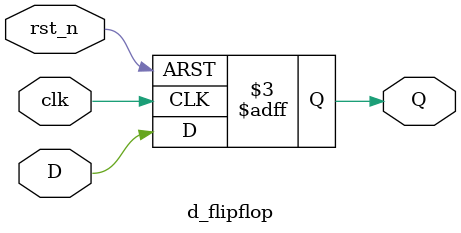
<source format=v>
module d_flipflop (
    input wire D,       // Data input
    input wire clk,     // Clock input
    input wire rst_n,     // Synchronous reset input
    output reg Q        // Flip-flop output
);

  always @(posedge clk or negedge rst_n) begin
    if (!rst_n) begin
      Q <= 1'b0;        // Reset the flip-flop to 0 on reset signal
    end
    else begin
      Q <= D;           // On clock's rising edge, update Q to D
    end
  end

endmodule

</source>
